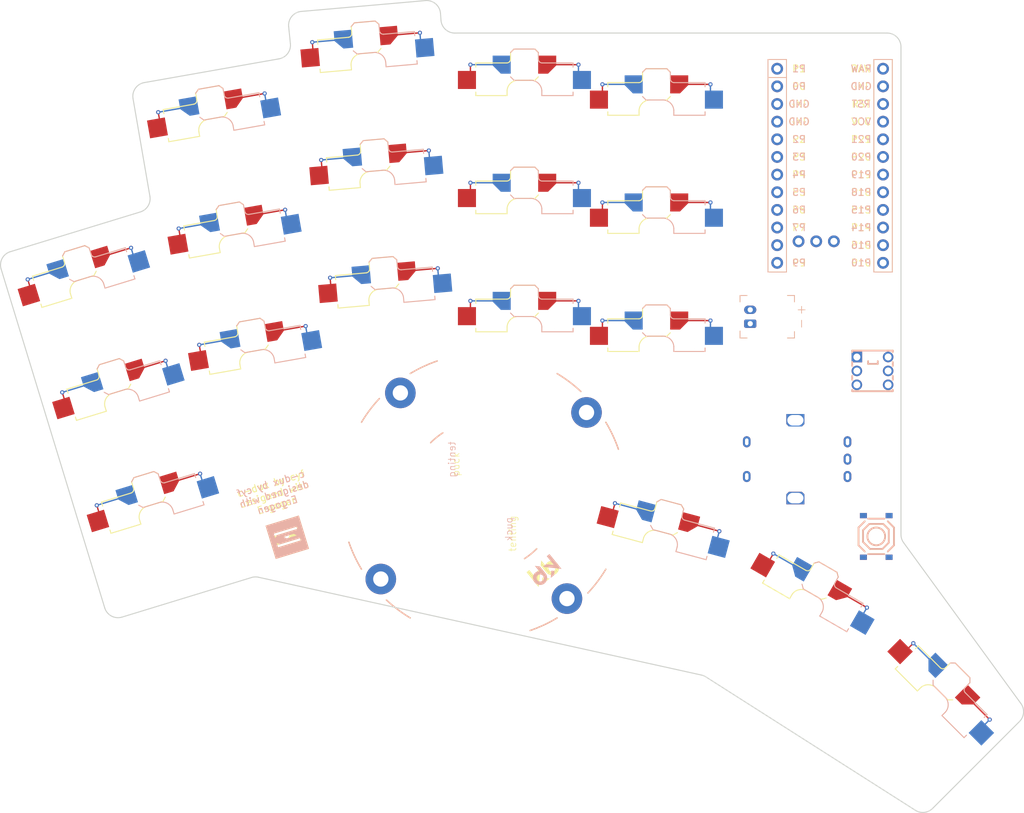
<source format=kicad_pcb>
(kicad_pcb (version 20240108) (generator "ergogen") (generator_version "4.1.0")
  (title_block (title "c-dux") (date "2025-03-05") (rev "v1.0.0") (company "Unknown"))
  (layers (0 "F.Cu" signal) (31 "B.Cu" signal) (34 "B.Paste" user) (35 "F.Paste" user) (36 "B.SilkS" user "B.Silkscreen") (37 "F.SilkS" user "F.Silkscreen") (38 "B.Mask" user) (39 "F.Mask" user) (44 "Edge.Cuts" user))
  (net 0 "")
  (net 1 "P102")
  (net 2 "GND")
  (net 3 "D1")
  (net 4 "D2")
  (net 5 "P2")
  (net 6 "P0")
  (net 7 "P101")
  (net 8 "P3")
  (net 9 "P1")
  (net 10 "P7")
  (net 11 "P4")
  (net 12 "P21")
  (net 13 "P8")
  (net 14 "P5")
  (net 15 "P20")
  (net 16 "P9")
  (net 17 "P6")
  (net 18 "P19")
  (net 19 "P107")
  (net 20 "P15")
  (net 21 "P14")
  (net 22 "RAW")
  (net 23 "RST")
  (net 24 "VCC")
  (net 25 "P18")
  (net 26 "P16")
  (net 27 "P10")
  (net 28 "MCU1_24")
  (net 29 "MCU1_1")
  (net 30 "MCU1_23")
  (net 31 "MCU1_2")
  (net 32 "MCU1_22")
  (net 33 "MCU1_3")
  (net 34 "MCU1_21")
  (net 35 "MCU1_4")
  (net 36 "MCU1_20")
  (net 37 "MCU1_5")
  (net 38 "MCU1_19")
  (net 39 "MCU1_6")
  (net 40 "MCU1_18")
  (net 41 "MCU1_7")
  (net 42 "MCU1_17")
  (net 43 "MCU1_8")
  (net 44 "MCU1_16")
  (net 45 "MCU1_9")
  (net 46 "MCU1_15")
  (net 47 "MCU1_10")
  (net 48 "MCU1_14")
  (net 49 "MCU1_11")
  (net 50 "MCU1_13")
  (net 51 "MCU1_12")
  (net 52 "BRAW")
  (net 53 "JST1_1")
  (net 54 "JST1_2")
  (footprint "ceoloide:switch_choc_v1_v2" (layer "F.Cu") (at 145.029681 150.7428191 17)
    (property "Reference" "S1" hide)
    (pad "" np_thru_hole circle (at 0 0 17) (size 3.4 3.4) (drill 3.4) (layers "*.Cu" "*.Mask"))
    (pad "" np_thru_hole circle (at 5.5 0 17) (size 1.7 1.7) (drill 1.7) (layers "*.Cu" "*.Mask"))
    (pad "" np_thru_hole circle (at -5.5 0 17) (size 1.7 1.7) (drill 1.7) (layers "*.Cu" "*.Mask"))
    (pad "" np_thru_hole circle (at 0 -5.95 17) (size 3 3) (drill 3) (layers "*.Cu" "*.Mask"))
    (pad "" np_thru_hole circle (at -5 -3.75 212) (size 3 3) (drill 3) (layers "*.Cu" "*.Mask"))
    (pad "1" smd roundrect (at 3.275 -5.95 17) (size 2.6 2.6) (layers "F.Cu" "F.Paste" "F.Mask") (roundrect_rratio 0) (chamfer_ratio 0.455) (chamfer bottom_right) (net 1 "P102"))
    (pad "2" smd rect (at -8.275 -3.75 17) (size 2.6 2.6) (layers "F.Cu" "F.Paste" "F.Mask") (net 2 "GND"))
    (pad "1" smd roundrect (at -3.275 -5.95 17) (size 2.6 2.6) (layers "B.Cu" "B.Paste" "B.Mask") (roundrect_rratio 0) (chamfer_ratio 0.455) (chamfer bottom_left) (net 2 "GND"))
    (pad "2" smd rect (at 8.275 -3.75 17) (size 2.6 2.6) (layers "B.Cu" "B.Paste" "B.Mask") (net 1 "P102"))
    (pad "" np_thru_hole circle (at 5 -3.75 212) (size 3 3) (drill 3) (layers "*.Cu" "*.Mask"))
  )
  (segment (start 146.4219674 144.09528849999998) (end 150.7253388 142.7796158) (width 0.2) (layer "F.Cu") (net 1))
  (via (at 150.7253388 142.7796158) (size 0.6) (drill 0.3) (layers "F.Cu" "B.Cu") (net 1))
  (segment (start 151.3685566 144.8834863) (end 150.7253388 142.7796158) (width 0.2) (layer "B.Cu") (net 1))
  (segment (start 136.49801760000003 149.4298663) (end 135.85479990000002 147.3259958) (width 0.2) (layer "F.Cu") (net 2))
  (via (at 135.85479990000002 147.3259958) (size 0.6) (drill 0.3) (layers "F.Cu" "B.Cu") (net 2))
  (segment (start 140.15817130000002 146.0103231) (end 135.85479990000002 147.3259958) (width 0.2) (layer "B.Cu") (net 2))
  (footprint "ceoloide:switch_choc_v1_v2" (layer "F.Cu") (at 140.05936200000002 134.48563819999998 17)
    (property "Reference" "S2" hide)
    (pad "" np_thru_hole circle (at 0 0 17) (size 3.4 3.4) (drill 3.4) (layers "*.Cu" "*.Mask"))
    (pad "" np_thru_hole circle (at 5.5 0 17) (size 1.7 1.7) (drill 1.7) (layers "*.Cu" "*.Mask"))
    (pad "" np_thru_hole circle (at -5.5 0 17) (size 1.7 1.7) (drill 1.7) (layers "*.Cu" "*.Mask"))
    (pad "" np_thru_hole circle (at 0 -5.95 17) (size 3 3) (drill 3) (layers "*.Cu" "*.Mask"))
    (pad "" np_thru_hole circle (at -5 -3.75 212) (size 3 3) (drill 3) (layers "*.Cu" "*.Mask"))
    (pad "1" smd roundrect (at 3.275 -5.95 17) (size 2.6 2.6) (layers "F.Cu" "F.Paste" "F.Mask") (roundrect_rratio 0) (chamfer_ratio 0.455) (chamfer bottom_right) (net 5 "P2"))
    (pad "2" smd rect (at -8.275 -3.75 17) (size 2.6 2.6) (layers "F.Cu" "F.Paste" "F.Mask") (net 2 "GND"))
    (pad "1" smd roundrect (at -3.275 -5.95 17) (size 2.6 2.6) (layers "B.Cu" "B.Paste" "B.Mask") (roundrect_rratio 0) (chamfer_ratio 0.455) (chamfer bottom_left) (net 2 "GND"))
    (pad "2" smd rect (at 8.275 -3.75 17) (size 2.6 2.6) (layers "B.Cu" "B.Paste" "B.Mask") (net 5 "P2"))
    (pad "" np_thru_hole circle (at 5 -3.75 212) (size 3 3) (drill 3) (layers "*.Cu" "*.Mask"))
  )
  (segment (start 141.4516484 127.83810759999999) (end 145.7550198 126.52243489999998) (width 0.2) (layer "F.Cu") (net 5))
  (via (at 145.7550198 126.52243489999998) (size 0.6) (drill 0.3) (layers "F.Cu" "B.Cu") (net 5))
  (segment (start 146.39823760000002 128.62630539999998) (end 145.7550198 126.52243489999998) (width 0.2) (layer "B.Cu") (net 5))
  (segment (start 131.5276986 133.17268539999998) (end 130.88448090000003 131.06881489999998) (width 0.2) (layer "F.Cu") (net 2))
  (via (at 130.88448090000003 131.06881489999998) (size 0.6) (drill 0.3) (layers "F.Cu" "B.Cu") (net 2))
  (segment (start 135.18785230000003 129.75314219999998) (end 130.88448090000003 131.06881489999998) (width 0.2) (layer "B.Cu") (net 2))
  (footprint "ceoloide:switch_choc_v1_v2" (layer "F.Cu") (at 135.08904300000003 118.22845729999997 17)
    (property "Reference" "S3" hide)
    (pad "" np_thru_hole circle (at 0 0 17) (size 3.4 3.4) (drill 3.4) (layers "*.Cu" "*.Mask"))
    (pad "" np_thru_hole circle (at 5.5 0 17) (size 1.7 1.7) (drill 1.7) (layers "*.Cu" "*.Mask"))
    (pad "" np_thru_hole circle (at -5.5 0 17) (size 1.7 1.7) (drill 1.7) (layers "*.Cu" "*.Mask"))
    (pad "" np_thru_hole circle (at 0 -5.95 17) (size 3 3) (drill 3) (layers "*.Cu" "*.Mask"))
    (pad "" np_thru_hole circle (at -5 -3.75 212) (size 3 3) (drill 3) (layers "*.Cu" "*.Mask"))
    (pad "1" smd roundrect (at 3.275 -5.95 17) (size 2.6 2.6) (layers "F.Cu" "F.Paste" "F.Mask") (roundrect_rratio 0) (chamfer_ratio 0.455) (chamfer bottom_right) (net 6 "P0"))
    (pad "2" smd rect (at -8.275 -3.75 17) (size 2.6 2.6) (layers "F.Cu" "F.Paste" "F.Mask") (net 2 "GND"))
    (pad "1" smd roundrect (at -3.275 -5.95 17) (size 2.6 2.6) (layers "B.Cu" "B.Paste" "B.Mask") (roundrect_rratio 0) (chamfer_ratio 0.455) (chamfer bottom_left) (net 2 "GND"))
    (pad "2" smd rect (at 8.275 -3.75 17) (size 2.6 2.6) (layers "B.Cu" "B.Paste" "B.Mask") (net 6 "P0"))
    (pad "" np_thru_hole circle (at 5 -3.75 212) (size 3 3) (drill 3) (layers "*.Cu" "*.Mask"))
  )
  (segment (start 136.48132940000002 111.58092669999998) (end 140.78470080000002 110.26525399999997) (width 0.2) (layer "F.Cu") (net 6))
  (via (at 140.78470080000002 110.26525399999997) (size 0.6) (drill 0.3) (layers "F.Cu" "B.Cu") (net 6))
  (segment (start 141.42791860000003 112.36912449999997) (end 140.78470080000002 110.26525399999997) (width 0.2) (layer "B.Cu") (net 6))
  (segment (start 126.55737960000003 116.91550449999997) (end 125.91416190000004 114.81163399999997) (width 0.2) (layer "F.Cu") (net 2))
  (via (at 125.91416190000004 114.81163399999997) (size 0.6) (drill 0.3) (layers "F.Cu" "B.Cu") (net 2))
  (segment (start 130.21753330000004 113.49596129999998) (end 125.91416190000004 114.81163399999997) (width 0.2) (layer "B.Cu") (net 2))
  (footprint "ceoloide:switch_choc_v1_v2" (layer "F.Cu") (at 159.2911476 128.73839660000002 10)
    (property "Reference" "S4" hide)
    (pad "" np_thru_hole circle (at 0 0 10) (size 3.4 3.4) (drill 3.4) (layers "*.Cu" "*.Mask"))
    (pad "" np_thru_hole circle (at 5.5 0 10) (size 1.7 1.7) (drill 1.7) (layers "*.Cu" "*.Mask"))
    (pad "" np_thru_hole circle (at -5.5 0 10) (size 1.7 1.7) (drill 1.7) (layers "*.Cu" "*.Mask"))
    (pad "" np_thru_hole circle (at 0 -5.95 10) (size 3 3) (drill 3) (layers "*.Cu" "*.Mask"))
    (pad "" np_thru_hole circle (at -5 -3.75 205) (size 3 3) (drill 3) (layers "*.Cu" "*.Mask"))
    (pad "1" smd roundrect (at 3.275 -5.95 10) (size 2.6 2.6) (layers "F.Cu" "F.Paste" "F.Mask") (roundrect_rratio 0) (chamfer_ratio 0.455) (chamfer bottom_right) (net 7 "P101"))
    (pad "2" smd rect (at -8.275 -3.75 10) (size 2.6 2.6) (layers "F.Cu" "F.Paste" "F.Mask") (net 2 "GND"))
    (pad "1" smd roundrect (at -3.275 -5.95 10) (size 2.6 2.6) (layers "B.Cu" "B.Paste" "B.Mask") (roundrect_rratio 0) (chamfer_ratio 0.455) (chamfer bottom_left) (net 2 "GND"))
    (pad "2" smd rect (at 8.275 -3.75 10) (size 2.6 2.6) (layers "B.Cu" "B.Paste" "B.Mask") (net 7 "P101"))
    (pad "" np_thru_hole circle (at 5 -3.75 205) (size 3 3) (drill 3) (layers "*.Cu" "*.Mask"))
  )
  (segment (start 161.4831863 122.31009270000001) (end 165.91482119999998 121.52867590000001) (width 0.2) (layer "F.Cu") (net 7))
  (via (at 165.91482119999998 121.52867590000001) (size 0.6) (drill 0.3) (layers "F.Cu" "B.Cu") (net 7))
  (segment (start 166.2968472 123.69525290000001) (end 165.91482119999998 121.52867590000001) (width 0.2) (layer "B.Cu") (net 7))
  (segment (start 150.9830867 126.39548210000001) (end 150.60106069999998 124.22890510000002) (width 0.2) (layer "F.Cu") (net 2))
  (via (at 150.60106069999998 124.22890510000002) (size 0.6) (drill 0.3) (layers "F.Cu" "B.Cu") (net 2))
  (segment (start 155.03269559999998 123.44748830000002) (end 150.60106069999998 124.22890510000002) (width 0.2) (layer "B.Cu") (net 2))
  (footprint "ceoloide:switch_choc_v1_v2" (layer "F.Cu") (at 156.33912859999998 111.99666480000002 10)
    (property "Reference" "S5" hide)
    (pad "" np_thru_hole circle (at 0 0 10) (size 3.4 3.4) (drill 3.4) (layers "*.Cu" "*.Mask"))
    (pad "" np_thru_hole circle (at 5.5 0 10) (size 1.7 1.7) (drill 1.7) (layers "*.Cu" "*.Mask"))
    (pad "" np_thru_hole circle (at -5.5 0 10) (size 1.7 1.7) (drill 1.7) (layers "*.Cu" "*.Mask"))
    (pad "" np_thru_hole circle (at 0 -5.95 10) (size 3 3) (drill 3) (layers "*.Cu" "*.Mask"))
    (pad "" np_thru_hole circle (at -5 -3.75 205) (size 3 3) (drill 3) (layers "*.Cu" "*.Mask"))
    (pad "1" smd roundrect (at 3.275 -5.95 10) (size 2.6 2.6) (layers "F.Cu" "F.Paste" "F.Mask") (roundrect_rratio 0) (chamfer_ratio 0.455) (chamfer bottom_right) (net 8 "P3"))
    (pad "2" smd rect (at -8.275 -3.75 10) (size 2.6 2.6) (layers "F.Cu" "F.Paste" "F.Mask") (net 2 "GND"))
    (pad "1" smd roundrect (at -3.275 -5.95 10) (size 2.6 2.6) (layers "B.Cu" "B.Paste" "B.Mask") (roundrect_rratio 0) (chamfer_ratio 0.455) (chamfer bottom_left) (net 2 "GND"))
    (pad "2" smd rect (at 8.275 -3.75 10) (size 2.6 2.6) (layers "B.Cu" "B.Paste" "B.Mask") (net 8 "P3"))
    (pad "" np_thru_hole circle (at 5 -3.75 205) (size 3 3) (drill 3) (layers "*.Cu" "*.Mask"))
  )
  (segment (start 158.5311673 105.56836090000002) (end 162.96280219999997 104.78694410000001) (width 0.2) (layer "F.Cu") (net 8))
  (via (at 162.96280219999997 104.78694410000001) (size 0.6) (drill 0.3) (layers "F.Cu" "B.Cu") (net 8))
  (segment (start 163.3448282 106.95352110000002) (end 162.96280219999997 104.78694410000001) (width 0.2) (layer "B.Cu") (net 8))
  (segment (start 148.0310677 109.65375030000001) (end 147.64904169999997 107.48717330000002) (width 0.2) (layer "F.Cu") (net 2))
  (via (at 147.64904169999997 107.48717330000002) (size 0.6) (drill 0.3) (layers "F.Cu" "B.Cu") (net 2))
  (segment (start 152.08067659999998 106.70575650000002) (end 147.64904169999997 107.48717330000002) (width 0.2) (layer "B.Cu") (net 2))
  (footprint "ceoloide:switch_choc_v1_v2" (layer "F.Cu") (at 153.38710959999997 95.25493300000002 10)
    (property "Reference" "S6" hide)
    (pad "" np_thru_hole circle (at 0 0 10) (size 3.4 3.4) (drill 3.4) (layers "*.Cu" "*.Mask"))
    (pad "" np_thru_hole circle (at 5.5 0 10) (size 1.7 1.7) (drill 1.7) (layers "*.Cu" "*.Mask"))
    (pad "" np_thru_hole circle (at -5.5 0 10) (size 1.7 1.7) (drill 1.7) (layers "*.Cu" "*.Mask"))
    (pad "" np_thru_hole circle (at 0 -5.95 10) (size 3 3) (drill 3) (layers "*.Cu" "*.Mask"))
    (pad "" np_thru_hole circle (at -5 -3.75 205) (size 3 3) (drill 3) (layers "*.Cu" "*.Mask"))
    (pad "1" smd roundrect (at 3.275 -5.95 10) (size 2.6 2.6) (layers "F.Cu" "F.Paste" "F.Mask") (roundrect_rratio 0) (chamfer_ratio 0.455) (chamfer bottom_right) (net 9 "P1"))
    (pad "2" smd rect (at -8.275 -3.75 10) (size 2.6 2.6) (layers "F.Cu" "F.Paste" "F.Mask") (net 2 "GND"))
    (pad "1" smd roundrect (at -3.275 -5.95 10) (size 2.6 2.6) (layers "B.Cu" "B.Paste" "B.Mask") (roundrect_rratio 0) (chamfer_ratio 0.455) (chamfer bottom_left) (net 2 "GND"))
    (pad "2" smd rect (at 8.275 -3.75 10) (size 2.6 2.6) (layers "B.Cu" "B.Paste" "B.Mask") (net 9 "P1"))
    (pad "" np_thru_hole circle (at 5 -3.75 205) (size 3 3) (drill 3) (layers "*.Cu" "*.Mask"))
  )
  (segment (start 155.57914829999999 88.82662910000002) (end 160.01078319999996 88.04521230000002) (width 0.2) (layer "F.Cu") (net 9))
  (via (at 160.01078319999996 88.04521230000002) (size 0.6) (drill 0.3) (layers "F.Cu" "B.Cu") (net 9))
  (segment (start 160.3928092 90.21178930000002) (end 160.01078319999996 88.04521230000002) (width 0.2) (layer "B.Cu") (net 9))
  (segment (start 145.0790487 92.91201850000002) (end 144.69702269999996 90.74544150000003) (width 0.2) (layer "F.Cu") (net 2))
  (via (at 144.69702269999996 90.74544150000003) (size 0.6) (drill 0.3) (layers "F.Cu" "B.Cu") (net 2))
  (segment (start 149.12865759999997 89.96402470000002) (end 144.69702269999996 90.74544150000003) (width 0.2) (layer "B.Cu") (net 2))
  (footprint "ceoloide:switch_choc_v1_v2" (layer "F.Cu") (at 177.7032912 119.82114300000002 5)
    (property "Reference" "S7" hide)
    (pad "" np_thru_hole circle (at 0 0 5) (size 3.4 3.4) (drill 3.4) (layers "*.Cu" "*.Mask"))
    (pad "" np_thru_hole circle (at 5.5 0 5) (size 1.7 1.7) (drill 1.7) (layers "*.Cu" "*.Mask"))
    (pad "" np_thru_hole circle (at -5.5 0 5) (size 1.7 1.7) (drill 1.7) (layers "*.Cu" "*.Mask"))
    (pad "" np_thru_hole circle (at 0 -5.95 5) (size 3 3) (drill 3) (layers "*.Cu" "*.Mask"))
    (pad "" np_thru_hole circle (at -5 -3.75 200) (size 3 3) (drill 3) (layers "*.Cu" "*.Mask"))
    (pad "1" smd roundrect (at 3.275 -5.95 5) (size 2.6 2.6) (layers "F.Cu" "F.Paste" "F.Mask") (roundrect_rratio 0) (chamfer_ratio 0.455) (chamfer bottom_right) (net 10 "P7"))
    (pad "2" smd rect (at -8.275 -3.75 5) (size 2.6 2.6) (layers "F.Cu" "F.Paste" "F.Mask") (net 2 "GND"))
    (pad "1" smd roundrect (at -3.275 -5.95 5) (size 2.6 2.6) (layers "B.Cu" "B.Paste" "B.Mask") (roundrect_rratio 0) (chamfer_ratio 0.455) (chamfer bottom_left) (net 2 "GND"))
    (pad "2" smd rect (at 8.275 -3.75 5) (size 2.6 2.6) (layers "B.Cu" "B.Paste" "B.Mask") (net 10 "P7"))
    (pad "" np_thru_hole circle (at 5 -3.75 200) (size 3 3) (drill 3) (layers "*.Cu" "*.Mask"))
  )
  (segment (start 180.4472522 113.60834950000002) (end 184.9301283 113.21614860000003) (width 0.2) (layer "F.Cu") (net 10))
  (via (at 184.9301283 113.21614860000003) (size 0.6) (drill 0.3) (layers "F.Cu" "B.Cu") (net 10))
  (segment (start 185.1218709 115.40777700000002) (end 184.9301283 113.21614860000003) (width 0.2) (layer "B.Cu") (net 10))
  (segment (start 169.6310434 116.76304880000002) (end 169.43930079999998 114.57142040000002) (width 0.2) (layer "F.Cu") (net 2))
  (via (at 169.43930079999998 114.57142040000002) (size 0.6) (drill 0.3) (layers "F.Cu" "B.Cu") (net 2))
  (segment (start 173.92217689999998 114.17921960000002) (end 169.43930079999998 114.57142040000002) (width 0.2) (layer "B.Cu") (net 2))
  (footprint "ceoloide:switch_choc_v1_v2" (layer "F.Cu") (at 176.4208825 102.86840200000002 5)
    (property "Reference" "S8" hide)
    (pad "" np_thru_hole circle (at 0 0 5) (size 3.4 3.4) (drill 3.4) (layers "*.Cu" "*.Mask"))
    (pad "" np_thru_hole circle (at 5.5 0 5) (size 1.7 1.7) (drill 1.7) (layers "*.Cu" "*.Mask"))
    (pad "" np_thru_hole circle (at -5.5 0 5) (size 1.7 1.7) (drill 1.7) (layers "*.Cu" "*.Mask"))
    (pad "" np_thru_hole circle (at 0 -5.95 5) (size 3 3) (drill 3) (layers "*.Cu" "*.Mask"))
    (pad "" np_thru_hole circle (at -5 -3.75 200) (size 3 3) (drill 3) (layers "*.Cu" "*.Mask"))
    (pad "1" smd roundrect (at 3.275 -5.95 5) (size 2.6 2.6) (layers "F.Cu" "F.Paste" "F.Mask") (roundrect_rratio 0) (chamfer_ratio 0.455) (chamfer bottom_right) (net 11 "P4"))
    (pad "2" smd rect (at -8.275 -3.75 5) (size 2.6 2.6) (layers "F.Cu" "F.Paste" "F.Mask") (net 2 "GND"))
    (pad "1" smd roundrect (at -3.275 -5.95 5) (size 2.6 2.6) (layers "B.Cu" "B.Paste" "B.Mask") (roundrect_rratio 0) (chamfer_ratio 0.455) (chamfer bottom_left) (net 2 "GND"))
    (pad "2" smd rect (at 8.275 -3.75 5) (size 2.6 2.6) (layers "B.Cu" "B.Paste" "B.Mask") (net 11 "P4"))
    (pad "" np_thru_hole circle (at 5 -3.75 200) (size 3 3) (drill 3) (layers "*.Cu" "*.Mask"))
  )
  (segment (start 179.16484350000002 96.65560850000001) (end 183.64771960000002 96.26340760000002) (width 0.2) (layer "F.Cu") (net 11))
  (via (at 183.64771960000002 96.26340760000002) (size 0.6) (drill 0.3) (layers "F.Cu" "B.Cu") (net 11))
  (segment (start 183.8394622 98.45503600000002) (end 183.64771960000002 96.26340760000002) (width 0.2) (layer "B.Cu") (net 11))
  (segment (start 168.3486347 99.81030780000002) (end 168.1568921 97.61867940000002) (width 0.2) (layer "F.Cu") (net 2))
  (via (at 168.1568921 97.61867940000002) (size 0.6) (drill 0.3) (layers "F.Cu" "B.Cu") (net 2))
  (segment (start 172.6397682 97.22647860000002) (end 168.1568921 97.61867940000002) (width 0.2) (layer "B.Cu") (net 2))
  (footprint "ceoloide:switch_choc_v1_v2" (layer "F.Cu") (at 175.1384738 85.91566100000001 5)
    (property "Reference" "S9" hide)
    (pad "" np_thru_hole circle (at 0 0 5) (size 3.4 3.4) (drill 3.4) (layers "*.Cu" "*.Mask"))
    (pad "" np_thru_hole circle (at 5.5 0 5) (size 1.7 1.7) (drill 1.7) (layers "*.Cu" "*.Mask"))
    (pad "" np_thru_hole circle (at -5.5 0 5) (size 1.7 1.7) (drill 1.7) (layers "*.Cu" "*.Mask"))
    (pad "" np_thru_hole circle (at 0 -5.95 5) (size 3 3) (drill 3) (layers "*.Cu" "*.Mask"))
    (pad "" np_thru_hole circle (at -5 -3.75 200) (size 3 3) (drill 3) (layers "*.Cu" "*.Mask"))
    (pad "1" smd roundrect (at 3.275 -5.95 5) (size 2.6 2.6) (layers "F.Cu" "F.Paste" "F.Mask") (roundrect_rratio 0) (chamfer_ratio 0.455) (chamfer bottom_right) (net 12 "P21"))
    (pad "2" smd rect (at -8.275 -3.75 5) (size 2.6 2.6) (layers "F.Cu" "F.Paste" "F.Mask") (net 2 "GND"))
    (pad "1" smd roundrect (at -3.275 -5.95 5) (size 2.6 2.6) (layers "B.Cu" "B.Paste" "B.Mask") (roundrect_rratio 0) (chamfer_ratio 0.455) (chamfer bottom_left) (net 2 "GND"))
    (pad "2" smd rect (at 8.275 -3.75 5) (size 2.6 2.6) (layers "B.Cu" "B.Paste" "B.Mask") (net 12 "P21"))
    (pad "" np_thru_hole circle (at 5 -3.75 200) (size 3 3) (drill 3) (layers "*.Cu" "*.Mask"))
  )
  (segment (start 177.88243480000003 79.70286750000001) (end 182.36531090000003 79.31066660000002) (width 0.2) (layer "F.Cu") (net 12))
  (via (at 182.36531090000003 79.31066660000002) (size 0.6) (drill 0.3) (layers "F.Cu" "B.Cu") (net 12))
  (segment (start 182.55705350000002 81.50229500000002) (end 182.36531090000003 79.31066660000002) (width 0.2) (layer "B.Cu") (net 12))
  (segment (start 167.06622600000003 82.85756680000001) (end 166.8744834 80.66593840000002) (width 0.2) (layer "F.Cu") (net 2))
  (via (at 166.8744834 80.66593840000002) (size 0.6) (drill 0.3) (layers "F.Cu" "B.Cu") (net 2))
  (segment (start 171.3573595 80.27373760000002) (end 166.8744834 80.66593840000002) (width 0.2) (layer "B.Cu") (net 2))
  (footprint "ceoloide:switch_choc_v1_v2" (layer "F.Cu") (at 197.41108699999998 123.85018390000002 0)
    (property "Reference" "S10" hide)
    (pad "" np_thru_hole circle (at 0 0 0) (size 3.4 3.4) (drill 3.4) (layers "*.Cu" "*.Mask"))
    (pad "" np_thru_hole circle (at 5.5 0 0) (size 1.7 1.7) (drill 1.7) (layers "*.Cu" "*.Mask"))
    (pad "" np_thru_hole circle (at -5.5 0 0) (size 1.7 1.7) (drill 1.7) (layers "*.Cu" "*.Mask"))
    (pad "" np_thru_hole circle (at 0 -5.95 0) (size 3 3) (drill 3) (layers "*.Cu" "*.Mask"))
    (pad "" np_thru_hole circle (at -5 -3.75 195) (size 3 3) (drill 3) (layers "*.Cu" "*.Mask"))
    (pad "1" smd roundrect (at 3.275 -5.95 0) (size 2.6 2.6) (layers "F.Cu" "F.Paste" "F.Mask") (roundrect_rratio 0) (chamfer_ratio 0.455) (chamfer bottom_right) (net 13 "P8"))
    (pad "2" smd rect (at -8.275 -3.75 0) (size 2.6 2.6) (layers "F.Cu" "F.Paste" "F.Mask") (net 2 "GND"))
    (pad "1" smd roundrect (at -3.275 -5.95 0) (size 2.6 2.6) (layers "B.Cu" "B.Paste" "B.Mask") (roundrect_rratio 0) (chamfer_ratio 0.455) (chamfer bottom_left) (net 2 "GND"))
    (pad "2" smd rect (at 8.275 -3.75 0) (size 2.6 2.6) (layers "B.Cu" "B.Paste" "B.Mask") (net 13 "P8"))
    (pad "" np_thru_hole circle (at 5 -3.75 195) (size 3 3) (drill 3) (layers "*.Cu" "*.Mask"))
  )
  (segment (start 200.686087 117.90018390000002) (end 205.186087 117.90018390000002) (width 0.2) (layer "F.Cu") (net 13))
  (via (at 205.186087 117.90018390000002) (size 0.6) (drill 0.3) (layers "F.Cu" "B.Cu") (net 13))
  (segment (start 205.186087 120.10018390000002) (end 205.186087 117.90018390000002) (width 0.2) (layer "B.Cu") (net 13))
  (segment (start 189.63608699999997 120.10018390000002) (end 189.63608699999997 117.90018390000002) (width 0.2) (layer "F.Cu") (net 2))
  (via (at 189.63608699999997 117.90018390000002) (size 0.6) (drill 0.3) (layers "F.Cu" "B.Cu") (net 2))
  (segment (start 194.13608699999997 117.90018390000002) (end 189.63608699999997 117.90018390000002) (width 0.2) (layer "B.Cu") (net 2))
  (footprint "ceoloide:switch_choc_v1_v2" (layer "F.Cu") (at 197.41108699999998 106.85018390000002 0)
    (property "Reference" "S11" hide)
    (pad "" np_thru_hole circle (at 0 0 0) (size 3.4 3.4) (drill 3.4) (layers "*.Cu" "*.Mask"))
    (pad "" np_thru_hole circle (at 5.5 0 0) (size 1.7 1.7) (drill 1.7) (layers "*.Cu" "*.Mask"))
    (pad "" np_thru_hole circle (at -5.5 0 0) (size 1.7 1.7) (drill 1.7) (layers "*.Cu" "*.Mask"))
    (pad "" np_thru_hole circle (at 0 -5.95 0) (size 3 3) (drill 3) (layers "*.Cu" "*.Mask"))
    (pad "" np_thru_hole circle (at -5 -3.75 195) (size 3 3) (drill 3) (layers "*.Cu" "*.Mask"))
    (pad "1" smd roundrect (at 3.275 -5.95 0) (size 2.6 2.6) (layers "F.Cu" "F.Paste" "F.Mask") (roundrect_rratio 0) (chamfer_ratio 0.455) (chamfer bottom_right) (net 14 "P5"))
    (pad "2" smd rect (at -8.275 -3.75 0) (size 2.6 2.6) (layers "F.Cu" "F.Paste" "F.Mask") (net 2 "GND"))
    (pad "1" smd roundrect (at -3.275 -5.95 0) (size 2.6 2.6) (layers "B.Cu" "B.Paste" "B.Mask") (roundrect_rratio 0) (chamfer_ratio 0.455) (chamfer bottom_left) (net 2 "GND"))
    (pad "2" smd rect (at 8.275 -3.75 0) (size 2.6 2.6) (layers "B.Cu" "B.Paste" "B.Mask") (net 14 "P5"))
    (pad "" np_thru_hole circle (at 5 -3.75 195) (size 3 3) (drill 3) (layers "*.Cu" "*.Mask"))
  )
  (segment (start 200.686087 100.90018390000002) (end 205.186087 100.90018390000002) (width 0.2) (layer "F.Cu") (net 14))
  (via (at 205.186087 100.90018390000002) (size 0.6) (drill 0.3) (layers "F.Cu" "B.Cu") (net 14))
  (segment (start 205.186087 103.10018390000002) (end 205.186087 100.90018390000002) (width 0.2) (layer "B.Cu") (net 14))
  (segment (start 189.63608699999997 103.10018390000002) (end 189.63608699999997 100.90018390000002) (width 0.2) (layer "F.Cu") (net 2))
  (via (at 189.63608699999997 100.90018390000002) (size 0.6) (drill 0.3) (layers "F.Cu" "B.Cu") (net 2))
  (segment (start 194.13608699999997 100.90018390000002) (end 189.63608699999997 100.90018390000002) (width 0.2) (layer "B.Cu") (net 2))
  (footprint "ceoloide:switch_choc_v1_v2" (layer "F.Cu") (at 197.41108699999998 89.85018390000002 0)
    (property "Reference" "S12" hide)
    (pad "" np_thru_hole circle (at 0 0 0) (size 3.4 3.4) (drill 3.4) (layers "*.Cu" "*.Mask"))
    (pad "" np_thru_hole circle (at 5.5 0 0) (size 1.7 1.7) (drill 1.7) (layers "*.Cu" "*.Mask"))
    (pad "" np_thru_hole circle (at -5.5 0 0) (size 1.7 1.7) (drill 1.7) (layers "*.Cu" "*.Mask"))
    (pad "" np_thru_hole circle (at 0 -5.95 0) (size 3 3) (drill 3) (layers "*.Cu" "*.Mask"))
    (pad "" np_thru_hole circle (at -5 -3.75 195) (size 3 3) (drill 3) (layers "*.Cu" "*.Mask"))
    (pad "1" smd roundrect (at 3.275 -5.95 0) (size 2.6 2.6) (layers "F.Cu" "F.Paste" "F.Mask") (roundrect_rratio 0) (chamfer_ratio 0.455) (chamfer bottom_right) (net 15 "P20"))
    (pad "2" smd rect (at -8.275 -3.75 0) (size 2.6 2.6) (layers "F.Cu" "F.Paste" "F.Mask") (net 2 "GND"))
    (pad "1" smd roundrect (at -3.275 -5.95 0) (size 2.6 2.6) (layers "B.Cu" "B.Paste" "B.Mask") (roundrect_rratio 0) (chamfer_ratio 0.455) (chamfer bottom_left) (net 2 "GND"))
    (pad "2" smd rect (at 8.275 -3.75 0) (size 2.6 2.6) (layers "B.Cu" "B.Paste" "B.Mask") (net 15 "P20"))
    (pad "" np_thru_hole circle (at 5 -3.75 195) (size 3 3) (drill 3) (layers "*.Cu" "*.Mask"))
  )
  (segment (start 200.686087 83.90018390000002) (end 205.186087 83.90018390000002) (width 0.2) (layer "F.Cu") (net 15))
  (via (at 205.186087 83.90018390000002) (size 0.6) (drill 0.3) (layers "F.Cu" "B.Cu") (net 15))
  (segment (start 205.186087 86.10018390000002) (end 205.186087 83.90018390000002) (width 0.2) (layer "B.Cu") (net 15))
  (segment (start 189.63608699999997 86.10018390000002) (end 189.63608699999997 83.90018390000002) (width 0.2) (layer "F.Cu") (net 2))
  (via (at 189.63608699999997 83.90018390000002) (size 0.6) (drill 0.3) (layers "F.Cu" "B.Cu") (net 2))
  (segment (start 194.13608699999997 83.90018390000002) (end 189.63608699999997 83.90018390000002) (width 0.2) (layer "B.Cu") (net 2))
  (footprint "ceoloide:switch_choc_v1_v2" (layer "F.Cu") (at 216.41108699999998 126.6835173 0)
    (property "Reference" "S13" hide)
    (pad "" np_thru_hole circle (at 0 0 0) (size 3.4 3.4) (drill 3.4) (layers "*.Cu" "*.Mask"))
    (pad "" np_thru_hole circle (at 5.5 0 0) (size 1.7 1.7) (drill 1.7) (layers "*.Cu" "*.Mask"))
    (pad "" np_thru_hole circle (at -5.5 0 0) (size 1.7 1.7) (drill 1.7) (layers "*.Cu" "*.Mask"))
    (pad "" np_thru_hole circle (at 0 -5.95 0) (size 3 3) (drill 3) (layers "*.Cu" "*.Mask"))
    (pad "" np_thru_hole circle (at -5 -3.75 195) (size 3 3) (drill 3) (layers "*.Cu" "*.Mask"))
    (pad "1" smd roundrect (at 3.275 -5.95 0) (size 2.6 2.6) (layers "F.Cu" "F.Paste" "F.Mask") (roundrect_rratio 0) (chamfer_ratio 0.455) (chamfer bottom_right) (net 16 "P9"))
    (pad "2" smd rect (at -8.275 -3.75 0) (size 2.6 2.6) (layers "F.Cu" "F.Paste" "F.Mask") (net 2 "GND"))
    (pad "1" smd roundrect (at -3.275 -5.95 0) (size 2.6 2.6) (layers "B.Cu" "B.Paste" "B.Mask") (roundrect_rratio 0) (chamfer_ratio 0.455) (chamfer bottom_left) (net 2 "GND"))
    (pad "2" smd rect (at 8.275 -3.75 0) (size 2.6 2.6) (layers "B.Cu" "B.Paste" "B.Mask") (net 16 "P9"))
    (pad "" np_thru_hole circle (at 5 -3.75 195) (size 3 3) (drill 3) (layers "*.Cu" "*.Mask"))
  )
  (segment (start 219.686087 120.7335173) (end 224.186087 120.7335173) (width 0.2) (layer "F.Cu") (net 16))
  (via (at 224.186087 120.7335173) (size 0.6) (drill 0.3) (layers "F.Cu" "B.Cu") (net 16))
  (segment (start 224.186087 122.9335173) (end 224.186087 120.7335173) (width 0.2) (layer "B.Cu") (net 16))
  (segment (start 208.63608699999997 122.9335173) (end 208.63608699999997 120.7335173) (width 0.2) (layer "F.Cu") (net 2))
  (via (at 208.63608699999997 120.7335173) (size 0.6) (drill 0.3) (layers "F.Cu" "B.Cu") (net 2))
  (segment (start 213.13608699999997 120.7335173) (end 208.63608699999997 120.7335173) (width 0.2) (layer "B.Cu") (net 2))
  (footprint "ceoloide:switch_choc_v1_v2" (layer "F.Cu") (at 216.41108699999998 109.6835173 0)
    (property "Reference" "S14" hide)
    (pad "" np_thru_hole circle (at 0 0 0) (size 3.4 3.4) (drill 3.4) (layers "*.Cu" "*.Mask"))
    (pad "" np_thru_hole circle (at 5.5 0 0) (size 1.7 1.7) (drill 1.7) (layers "*.Cu" "*.Mask"))
    (pad "" np_thru_hole circle (at -5.5 0 0) (size 1.7 1.7) (drill 1.7) (layers "*.Cu" "*.Mask"))
    (pad "" np_thru_hole circle (at 0 -5.95 0) (size 3 3) (drill 3) (layers "*.Cu" "*.Mask"))
    (pad "" np_thru_hole circle (at -5 -3.75 195) (size 3 3) (drill 3) (layers "*.Cu" "*.Mask"))
    (pad "1" smd roundrect (at 3.275 -5.95 0) (size 2.6 2.6) (layers "F.Cu" "F.Paste" "F.Mask") (roundrect_rratio 0) (chamfer_ratio 0.455) (chamfer bottom_right) (net 17 "P6"))
    (pad "2" smd rect (at -8.275 -3.75 0) (size 2.6 2.6) (layers "F.Cu" "F.Paste" "F.Mask") (net 2 "GND"))
    (pad "1" smd roundrect (at -3.275 -5.95 0) (size 2.6 2.6) (layers "B.Cu" "B.Paste" "B.Mask") (roundrect_rratio 0) (chamfer_ratio 0.455) (chamfer bottom_left) (net 2 "GND"))
    (pad "2" smd rect (at 8.275 -3.75 0) (size 2.6 2.6) (layers "B.Cu" "B.Paste" "B.Mask") (net 17 "P6"))
    (pad "" np_thru_hole circle (at 5 -3.75 195) (size 3 3) (drill 3) (layers "*.Cu" "*.Mask"))
  )
  (segment (start 219.686087 103.7335173) (end 224.186087 103.7335173) (width 0.2) (layer "F.Cu") (net 17))
  (via (at 224.186087 103.7335173) (size 0.6) (drill 0.3) (layers "F.Cu" "B.Cu") (net 17))
  (segment (start 224.186087 105.9335173) (end 224.186087 103.7335173) (width 0.2) (layer "B.Cu") (net 17))
  (segment (start 208.63608699999997 105.9335173) (end 208.63608699999997 103.7335173) (width 0.2) (layer "F.Cu") (net 2))
  (via (at 208.63608699999997 103.7335173) (size 0.6) (drill 0.3) (layers "F.Cu" "B.Cu") (net 2))
  (segment (start 213.13608699999997 103.7335173) (end 208.63608699999997 103.7335173) (width 0.2) (layer "B.Cu") (net 2))
  (footprint "ceoloide:switch_choc_v1_v2" (layer "F.Cu") (at 216.41108699999998 92.6835173 0)
    (property "Reference" "S15" hide)
    (pad "" np_thru_hole circle (at 0 0 0) (size 3.4 3.4) (drill 3.4) (layers "*.Cu" "*.Mask"))
    (pad "" np_thru_hole circle (at 5.5 0 0) (size 1.7 1.7) (drill 1.7) (layers "*.Cu" "*.Mask"))
    (pad "" np_thru_hole circle (at -5.5 0 0) (size 1.7 1.7) (drill 1.7) (layers "*.Cu" "*.Mask"))
    (pad "" np_thru_hole circle (at 0 -5.95 0) (size 3 3) (drill 3) (layers "*.Cu" "*.Mask"))
    (pad "" np_thru_hole circle (at -5 -3.75 195) (size 3 3) (drill 3) (layers "*.Cu" "*.Mask"))
    (pad "1" smd roundrect (at 3.275 -5.95 0) (size 2.6 2.6) (layers "F.Cu" "F.Paste" "F.Mask") (roundrect_rratio 0) (chamfer_ratio 0.455) (chamfer bottom_right) (net 18 "P19"))
    (pad "2" smd rect (at -8.275 -3.75 0) (size 2.6 2.6) (layers "F.Cu" "F.Paste" "F.Mask") (net 2 "GND"))
    (pad "1" smd roundrect (at -3.275 -5.95 0) (size 2.6 2.6) (layers "B.Cu" "B.Paste" "B.Mask") (roundrect_rratio 0) (chamfer_ratio 0.455) (chamfer bottom_left) (net 2 "GND"))
    (pad "2" smd rect (at 8.275 -3.75 0) (size 2.6 2.6) (layers "B.Cu" "B.Paste" "B.Mask") (net 18 "P19"))
    (pad "" np_thru_hole circle (at 5 -3.75 195) (size 3 3) (drill 3) (layers "*.Cu" "*.Mask"))
  )
  (segment (start 219.686087 86.7335173) (end 224.186087 86.7335173) (width 0.2) (layer "F.Cu") (net 18))
  (via (at 224.186087 86.7335173) (size 0.6) (drill 0.3) (layers "F.Cu" "B.Cu") (net 18))
  (segment (start 224.186087 88.9335173) (end 224.186087 86.7335173) (width 0.2) (layer "B.Cu") (net 18))
  (segment (start 208.63608699999997 88.9335173) (end 208.63608699999997 86.7335173) (width 0.2) (layer "F.Cu") (net 2))
  (via (at 208.63608699999997 86.7335173) (size 0.6) (drill 0.3) (layers "F.Cu" "B.Cu") (net 2))
  (segment (start 213.13608699999997 86.7335173) (end 208.63608699999997 86.7335173) (width 0.2) (layer "B.Cu") (net 2))
  (footprint "ceoloide:switch_choc_v1_v2" (layer "F.Cu") (at 216.41074399999997 154.7901916 -15)
    (property "Reference" "S16" hide)
    (pad "" np_thru_hole circle (at 0 0 -15) (size 3.4 3.4) (drill 3.4) (layers "*.Cu" "*.Mask"))
    (pad "" np_thru_hole circle (at 5.5 0 -15) (size 1.7 1.7) (drill 1.7) (layers "*.Cu" "*.Mask"))
    (pad "" np_thru_hole circle (at -5.5 0 -15) (size 1.7 1.7) (drill 1.7) (layers "*.Cu" "*.Mask"))
    (pad "" np_thru_hole circle (at 0 -5.95 -15) (size 3 3) (drill 3) (layers "*.Cu" "*.Mask"))
    (pad "" np_thru_hole circle (at -5 -3.75 180) (size 3 3) (drill 3) (layers "*.Cu" "*.Mask"))
    (pad "1" smd roundrect (at 3.275 -5.95 -15) (size 2.6 2.6) (layers "F.Cu" "F.Paste" "F.Mask") (roundrect_rratio 0) (chamfer_ratio 0.455) (chamfer bottom_right) (net 19 "P107"))
    (pad "2" smd rect (at -8.275 -3.75 -15) (size 2.6 2.6) (layers "F.Cu" "F.Paste" "F.Mask") (net 2 "GND"))
    (pad "1" smd roundrect (at -3.275 -5.95 -15) (size 2.6 2.6) (layers "B.Cu" "B.Paste" "B.Mask") (roundrect_rratio 0) (chamfer_ratio 0.455) (chamfer bottom_left) (net 2 "GND"))
    (pad "2" smd rect (at 8.275 -3.75 -15) (size 2.6 2.6) (layers "B.Cu" "B.Paste" "B.Mask") (net 19 "P107"))
    (pad "" np_thru_hole circle (at 5 -3.75 180) (size 3 3) (drill 3) (layers "*.Cu" "*.Mask"))
  )
  (segment (start 221.11412439999998 149.89056530000002) (end 225.46079059999997 151.05525100000003) (width 0.2) (layer "F.Cu") (net 19))
  (via (at 225.46079059999997 151.05525100000003) (size 0.6) (drill 0.3) (layers "F.Cu" "B.Cu") (net 19))
  (segment (start 224.89138869999996 153.1802878) (end 225.46079059999997 151.05525100000003) (width 0.2) (layer "B.Cu") (net 19))
  (segment (start 209.87124209999996 149.15565170000002) (end 210.44064399999996 147.03061490000002) (width 0.2) (layer "F.Cu") (net 2))
  (via (at 210.44064399999996 147.03061490000002) (size 0.6) (drill 0.3) (layers "F.Cu" "B.Cu") (net 2))
  (segment (start 214.78731019999998 148.19530060000002) (end 210.44064399999996 147.03061490000002) (width 0.2) (layer "B.Cu") (net 2))
  (footprint "ceoloide:switch_choc_v1_v2" (layer "F.Cu") (at 236.99838119999995 163.3178702 -30)
    (property "Reference" "S17" hide)
    (pad "" np_thru_hole circle (at 0 0 -30) (size 3.4 3.4) (drill 3.4) (layers "*.Cu" "*.Mask"))
    (pad "" np_thru_hole circle (at 5.5 0 -30) (size 1.7 1.7) (drill 1.7) (layers "*.Cu" "*.Mask"))
    (pad "" np_thru_hole circle (at -5.5 0 -30) (size 1.7 1.7) (drill 1.7) (layers "*.Cu" "*.Mask"))
    (pad "" np_thru_hole circle (at 0 -5.95 -30) (size 3 3) (drill 3) (layers "*.Cu" "*.Mask"))
    (pad "" np_thru_hole circle (at -5 -3.75 165) (size 3 3) (drill 3) (layers "*.Cu" "*.Mask"))
    (pad "1" smd roundrect (at 3.275 -5.95 -30) (size 2.6 2.6) (layers "F.Cu" "F.Paste" "F.Mask") (roundrect_rratio 0) (chamfer_ratio 0.455) (chamfer bottom_right) (net 20 "P15"))
    (pad "2" smd rect (at -8.275 -3.75 -30) (size 2.6 2.6) (layers "F.Cu" "F.Paste" "F.Mask") (net 2 "GND"))
    (pad "1" smd roundrect (at -3.275 -5.95 -30) (size 2.6 2.6) (layers "B.Cu" "B.Paste" "B.Mask") (roundrect_rratio 0) (chamfer_ratio 0.455) (chamfer bottom_left) (net 2 "GND"))
    (pad "2" smd rect (at 8.275 -3.75 -30) (size 2.6 2.6) (layers "B.Cu" "B.Paste" "B.Mask") (net 20 "P15"))
    (pad "" np_thru_hole circle (at 5 -3.75 165) (size 3 3) (drill 3) (layers "*.Cu" "*.Mask"))
  )
  (segment (start 242.80961439999996 159.802519) (end 246.70672869999996 162.052519) (width 0.2) (layer "F.Cu") (net 20))
  (via (at 246.70672869999996 162.052519) (size 0.6) (drill 0.3) (layers "F.Cu" "B.Cu") (net 20))
  (segment (start 245.60672869999996 163.95777489999998) (end 246.70672869999996 162.052519) (width 0.2) (layer "B.Cu") (net 20))
  (segment (start 232.14003369999995 156.1827749) (end 233.24003369999994 154.27751899999998) (width 0.2) (layer "F.Cu") (net 2))
  (via (at 233.24003369999994 154.27751899999998) (size 0.6) (drill 0.3) (layers "F.Cu" "B.Cu") (net 2))
  (segment (start 237.13714799999997 156.52751899999998) (end 233.24003369999994 154.27751899999998) (width 0.2) (layer "B.Cu") (net 2))
  (footprint "ceoloide:switch_choc_v1_v2" (layer "F.Cu") (at 254.67738619999994 176.8834478 -45)
    (property "Reference" "S18" hide)
    (pad "" np_thru_hole circle (at 0 0 -45) (size 3.4 3.4) (drill 3.4) (layers "*.Cu" "*.Mask"))
    (pad "" np_thru_hole circle (at 5.5 0 -45) (size 1.7 1.7) (drill 1.7) (layers "*.Cu" "*.Mask"))
    (pad "" np_thru_hole circle (at -5.5 0 -45) (size 1.7 1.7) (drill 1.7) (layers "*.Cu" "*.Mask"))
    (pad "" np_thru_hole circle (at 0 -5.95 -45) (size 3 3) (drill 3) (layers "*.Cu" "*.Mask"))
    (pad "" np_thru_hole circle (at -5 -3.75 150) (size 3 3) (drill 3) (layers "*.Cu" "*.Mask"))
    (pad "1" smd roundrect (at 3.275 -5.95 -45) (size 2.6 2.6) (layers "F.Cu" "F.Paste" "F.Mask") (roundrect_rratio 0) (chamfer_ratio 0.455) (chamfer bottom_right) (net 21 "P14"))
    (pad "2" smd rect (at -8.275 -3.75 -45) (size 2.6 2.6) (layers "F.Cu" "F.Paste" "F.Mask") (net 2 "GND"))
    (pad "1" smd roundrect (at -3.275 -5.95 -45) (size 2.6 2.6) (layers "B.Cu" "B.Paste" "B.Mask") (roundrect_rratio 0) (chamfer_ratio 0.455) (chamfer bottom_left) (net 2 "GND"))
    (pad "2" smd rect (at 8.275 -3.75 -45) (size 2.6 2.6) (layers "B.Cu" "B.Paste" "B.Mask") (net 21 "P14"))
    (pad "" np_thru_hole circle (at 5 -3.75 150) (size 3 3) (drill 3) (layers "*.Cu" "*.Mask"))
  )
  (segment (start 261.20044629999995 174.9919372) (end 264.38242679999996 178.1739177) (width 0.2) (layer "F.Cu") (net 21))
  (via (at 264.38242679999996 178.1739177) (size 0.6) (drill 0.3) (layers "F.Cu" "B.Cu") (net 21))
  (segment (start 262.82679189999993 179.7295526) (end 264.38242679999996 178.1739177) (width 0.2) (layer "B.Cu") (net 21))
  (segment (start 251.83128139999994 168.7340421) (end 253.38691629999994 167.1784072) (width 0.2) (layer "F.Cu") (net 2))
  (via (at 253.38691629999994 167.1784072) (size 0.6) (drill 0.3) (layers "F.Cu" "B.Cu") (net 2))
  (segment (start 256.56889679999995 170.3603877) (end 253.38691629999994 167.1784072) (width 0.2) (layer "B.Cu") (net 2))
  (footprint "ceoloide:mcu_supermini_nrf52840" (layer "F.Cu") (at 241.41108699999998 97.1835173 0)
    (property "Reference" "MCU1" hide)
    (pad "24" thru_hole circle (at -7.62 -12.7 0) (size 1.7 1.7) (drill 1) (layers "*.Cu" "*.Mask") (net 9 "P1"))
    (pad "1" thru_hole circle (at 7.62 -12.7 0) (size 1.7 1.7) (drill 1) (layers "*.Cu" "*.Mask") (net 22 "RAW"))
    (fp_text user "P1" (at -4.47 -12.7 0) (layer "F.SilkS"))
    (fp_text user "RAW" (at 4.47 -12.7 0) (layer "F.SilkS"))
    (fp_text user "RAW" (at 4.47 -12.7 0) (layer "B.SilkS") (effects (justify mirror)))
    (fp_text user "P1" (at -4.47 -12.7 0) (layer "B.SilkS") (effects (justify mirror)))
    (pad "23" thru_hole circle (at -7.62 -10.16 0) (size 1.7 1.7) (drill 1) (layers "*.Cu" "*.Mask") (net 6 "P0"))
    (pad "2" thru_hole circle (at 7.62 -10.16 0) (size 1.7 1.7) (drill 1) (layers "*.Cu" "*.Mask") (net 2 "GND"))
    (fp_text user "P0" (at -4.47 -10.16 0) (layer "F.SilkS"))
    (fp_text user "GND" (at 4.47 -10.16 0) (layer "F.SilkS"))
    (fp_text user "GND" (at 4.47 -10.16 0) (layer "B.SilkS") (effects (justify mirror)))
    (fp_text user "P0" (at -4.47 -10.16 0) (layer "B.SilkS") (effects (justify mirror)))
    (pad "22" thru_hole circle (at -7.62 -7.619999999999999 0) (size 1.7 1.7) (drill 1) (layers "*.Cu" "*.Mask") (net 2 "GND"))
    (pad "3" thru_hole circle (at 7.62 -7.619999999999999 0) (size 1.7 1.7) (drill 1) (layers "*.Cu" "*.Mask") (net 23 "RST"))
    (fp_text user "GND" (at -4.47 -7.619999999999999 0) (layer "F.SilkS"))
    (fp_text user "RST" (at 4.47 -7.619999999999999 0) (layer "F.SilkS"))
    (fp_text user "RST" (at 4.47 -7.619999999999999 0) (layer "B.SilkS") (effects (justify mirror)))
    (fp_text user "GND" (at -4.47 -7.619999999999999 0) (layer "B.SilkS") (effects (justify mirror)))
    (pad "21" thru_hole circle (at -7.62 -5.079999999999999 0) (size 1.7 1.7) (drill 1) (layers "*.Cu" "*.Mask") (net 2 "GND"))
    (pad "4" thru_hole circle (at 7.62 -5.079999999999999 0) (size 1.7 1.7) (drill 1) (layers "*.Cu" "*.Mask") (net 24 "VCC"))
    (fp_text user "GND" (at -4.47 -5.079999999999999 0) (layer "F.SilkS"))
    (fp_text user "VCC" (at 4.47 -5.079999999999999 0) (layer "F.SilkS"))
    (fp_text user "VCC" (at 4.47 -5.079999999999999 0) (layer "B.SilkS") (effects (justify mirror)))
    (fp_text user "GND" (at -4.47 -5.079999999999999 0) (layer "B.SilkS") (effects (justify mirror)))
    (pad "20" thru_hole circle (at -7.62 -2.539999999999999 0) (size 1.7 1.7) (drill 1) (layers "*.Cu" "*.Mask") (net 5 "P2"))
    (pad "5" thru_hole circle (at 7.62 -2.539999999999999 0) (size 1.7 1.7) (drill 1) (layers "*.Cu" "*.Mask") (net 12 "P21"))
    (fp_text user "P2" (at -4.47 -2.539999999999999 0) (layer "F.SilkS"))
    (fp_text user "P21" (at 4.47 -2.539999999999999 0) (layer "F.SilkS"))
    (fp_text user "P21" (at 4.47 -2.539999999999999 0) (layer "B.SilkS") (effects (justify mirror)))
    (fp_text user "P2" (at -4.47 -2.539999999999999 0) (layer "B.SilkS") (effects (justify mirror)))
    (pad "19" thru_hole circle (at -7.62 0 0) (size 1.7 1.7) (drill 1) (layers "*.Cu" "*.Mask") (net 8 "P3"))
    (pad "6" thru_hole circle (at 7.62 0 0) (size 1.7 1.7) (drill 1) (layers "*.Cu" "*.Mask") (net 15 "P20"))
    (fp_text user "P3" (at -4.47 0 0) (layer "F.SilkS"))
    (fp_text user "P20" (at 4.47 0 0) (layer "F.SilkS"))
    (fp_text user "P20" (at 4.47 0 0) (layer "B.SilkS") (effects (justify mirror)))
    (fp_text user "P3" (at -4.47 0 0) (layer "B.SilkS") (effects (justify mirror)))
    (pad "18" thru_hole circle (at -7.62 2.540000000000001 0) (size 1.7 1.7) (drill 1) (layers "*.Cu" "*.Mask") (net 11 "P4"))
    (pad "7" thru_hole circle (at 7.62 2.540000000000001 0) (size 1.7 1.7) (drill 1) (layers "*.Cu" "*.Mask") (net 18 "P19"))
    (fp_text user "P4" (at -4.47 2.540000000000001 0) (layer "F.SilkS"))
    (fp_text user "P19" (at 4.47 2.540000000000001 0) (layer "F.SilkS"))
    (fp_text user "P19" (at 4.47 2.540000000000001 0) (layer "B.SilkS") (effects (justify mirror)))
    (fp_text user "P4" (at -4.47 2.540000000000001 0) (layer "B.SilkS") (effects (justify mirror)))
    (pad "17" thru_hole circle (at -7.62 5.080000000000002 0) (size 1.7 1.7) (drill 1) (layers "*.Cu" "*.Mask") (net 14 "P5"))
    (pad "8" thru_hole circle (at 7.62 5.080000000000002 0) (size 1.7 1.7) (drill 1) (layers "*.Cu" "*.Mask") (net 25 "P18"))
    (fp_text user "P5" (at -4.47 5.080000000000002 0) (layer "F.SilkS"))
    (fp_text user "P18" (at 4.47 5.080000000000002 0) (layer "F.SilkS"))
    (fp_text user "P18" (at 4.47 5.080000000000002 0) (layer "B.SilkS") (effects (justify mirror)))
    (fp_text user "P5" (at -4.47 5.080000000000002 0) (layer "B.SilkS") (effects (justify mirror)))
    (pad "16" thru_hole circle (at -7.62 7.620000000000001 0) (size 1.7 1.7) (drill 1) (layers "*.Cu" "*.Mask") (net 17 "P6"))
    (pad "9" thru_hole circle (at 7.62 7.620000000000001 0) (size 1.7 1.7) (drill 1) (layers "*.Cu" "*.Mask") (net 20 "P15"))
    (fp_text user "P6" (at -4.47 7.620000000000001 0) (layer "F.SilkS"))
    (fp_text user "P15" (at 4.47 7.620000000000001 0) (layer "F.SilkS"))
    (fp_text user "P15" (at 4.47 7.620000000000001 0) (layer "B.SilkS") (effects (justify mirror)))
    (fp_text user "P6" (at -4.47 7.620000000000001 0) (layer "B.SilkS") (effects (justify mirror)))
    (pad "15" thru_hole circle (at -7.62 10.16 0) (size 1.7 1.7) (drill 1) (layers "*.Cu" "*.Mask") (net 10 "P7"))
    (pad "10" thru_hole circle (at 7.62 10.16 0) (size 1.7 1.7) (drill 1) (layers "*.Cu" "*.Mask") (net 21 "P14"))
    (fp_text user "P7" (at -4.47 10.16 0) (layer "F.SilkS"))
    (fp_text user "P14" (at 4.47 10.16 0) (layer "F.SilkS"))
    (fp_text user "P14" (at 4.47 10.16 0) (layer "B.SilkS") (effects (justify mirror)))
    (fp_text user "P7" (at -4.47 10.16 0) (layer "B.SilkS") (effects (justify mirror)))
    (pad "14" thru_hole circle (at -7.62 12.7 0) (size 1.7 1.7) (drill 1) (layers "*.Cu" "*.Mask") (net 13 "P8"))
    (pad "11" thru_hole circle (at 7.62 12.7 0) (size 1.7 1.7) (drill 1) (layers "*.Cu" "*.Mask") (net 26 "P16"))
    (fp_text user "P16" (at 4.47 12.7 0) (layer "F.SilkS"))
    (fp_text user "P16" (at 4.47 12.7 0) (layer "B.SilkS") (effects (justify mirror)))
    (pad "13" thru_hole circle (at -7.62 15.240000000000002 0) (size 1.7 1.7) (drill 1) (layers "*.Cu" "*.Mask") (net 16 "P9"))
    (pad "12" thru_hole circle (at 7.62 15.240000000000002 0) (size 1.7 1.7) (drill 1) (layers "*.Cu" "*.Mask") (net 27 "P10"))
    (fp_text user "P9" (at -4.47 15.240000000000002 0) (layer "F.SilkS"))
    (fp_text user "P10" (at 4.47 15.240000000000002 0) (layer "F.SilkS"))
    (fp_text user "P10" (at 4.47 15.240000000000002 0) (layer "B.SilkS") (effects (justify mirror)))
    (fp_text user "P9" (at -4.47 15.240000000000002 0) (layer "B.SilkS") (effects (justify mirror)))
    (pad "25" thru_hole circle (at -4.54 12.145199999999999 0) (size 1.7 1.7) (drill 1) (layers "*.Cu" "*.Mask") (net 7 "P101"))
    (pad "26" thru_hole circle (at -2.00 12.145199999999999 0) (size 1.7 1.7) (drill 1) (layers "*.Cu" "*.Mask") (net 1 "P102"))
    (pad "27" thru_hole circle (at 0.54 12.145199999999999 0) (size 1.7 1.7) (drill 1) (layers "*.Cu" "*.Mask") (net 19 "P107"))
  )
  (footprint "ceoloide:battery_connector_jst_ph_2" (layer "F.Cu") (at 229.91108699999998 120.1835173 90)
    (property "Reference" "JST1" hide)
    (pad "1" thru_hole roundrect (at -1 0 90) (size 1.2 1.75) (drill 0.75) (layers "*.Cu" "*.Mask") (roundrect_rratio 0.20) (net 2 "GND"))
    (pad "2" thru_hole oval (at 1 0 90) (size 1.2 1.75) (drill 0.75) (layers "*.Cu" "*.Mask") (net 52 "BRAW"))
  )
  (module easyeda2kicad:SW-TH_5.8ZSPT (layer F.Cu) (at 247.51108699999997 127.9835173 90)
    (fp_text reference "SW1" hide)
    (fp_text reference "SW1" hide)
    (fp_text value "SW_Push_Lock")
    (pad 1 thru_hole rect (at 2.00 -2.25 0.00) (size 1.52 1.52) (layers *.Cu *.Mask) (drill 0.9999979999999999) (net 22 "RAW"))
    (pad 2 thru_hole circle (at 0.00 -2.25 0.00) (size 1.52 1.52) (layers *.Cu *.Mask) (drill 0.9999979999999999) (net 52 "BRAW"))
    (pad 3 thru_hole circle (at -2.00 -2.25 0.00) (size 1.52 1.52) (layers *.Cu *.Mask) (drill 0.9999979999999999))
    (pad 4 thru_hole circle (at -2.00 2.25 0.00) (size 1.52 1.52) (layers *.Cu *.Mask) (drill 0.9999979999999999))
    (pad 5 thru_hole circle (at 0.00 2.25 0.00) (size 1.52 1.52) (layers *.Cu *.Mask) (drill 0.9999979999999999))
    (pad 6 thru_hole circle (at 2.00 2.25 0.00) (size 1.52 1.52) (layers *.Cu *.Mask) (drill 0.9999979999999999))
  )
  (module easyeda2kicad:SW-SMD_4P-L5.1-W5.1-P3.70-LS6.5-TL_H1.5 (layer F.Cu) (at 248.051087 151.8035173 270)
    (fp_text reference "SW2" hide)
    (pad 1 smd rect (at -3.00 -1.85 0.00) (size 1.00 0.75) (layers F.Cu F.Paste F.Mask) (net 2 "GND"))
    (pad 2 smd rect (at 3.00 -1.85 0.00) (size 1.00 0.75) (layers F.Cu F.Paste F.Mask))
    (pad 3 smd rect (at -3.00 1.85 0.00) (size 1.00 0.75) (layers F.Cu F.Paste F.Mask) (net 23 "RST"))
    (pad 4 smd rect (at 3.00 1.85 0.00) (size 1.00 0.75) (layers F.Cu F.Paste F.Mask))
    (fp_text reference "SW2" hide)
    (pad 1 smd rect (at -3.00 -1.85 0.00) (size 1.00 0.75) (layers B.Cu B.Paste B.Mask) (net 2 "GND"))
    (pad 2 smd rect (at 3.00 -1.85 0.00) (size 1.00 0.75) (layers B.Cu B.Paste B.Mask))
    (pad 3 smd rect (at -3.00 1.85 0.00) (size 1.00 0.75) (layers B.Cu B.Paste B.Mask) (net 23 "RST"))
    (pad 4 smd rect (at 3.00 1.85 0.00) (size 1.00 0.75) (layers B.Cu B.Paste B.Mask))
    (fp_text value SW-SMD_4P)
  )
  (footprint "ceoloide:rotary_encoder_ec11_ec12" (layer "F.Cu") (at 236.41108699999998 140.6835173 90)
    (property "Reference" "RE1" hide)
    (pad "A" thru_hole oval (at 2.5 7.5 90) (size 1.6 1.1) (drill oval 1 0.5) (layers "*.Cu" "*.Mask") (net 27 "P10"))
    (pad "B" thru_hole oval (at 0 7.5 90) (size 1.6 1.1) (drill oval 1 0.5) (layers "*.Cu" "*.Mask") (net 2 "GND"))
    (pad "C" thru_hole oval (at -2.5 7.5 90) (size 1.6 1.1) (drill oval 1 0.5) (layers "*.Cu" "*.Mask") (net 26 "P16"))
    (pad "S1" thru_hole oval (at -2.5 -7 90) (size 1.6 1.1) (drill oval 1 0.5) (layers "*.Cu" "*.Mask") (net 2 "GND"))
    (pad "S2" thru_hole oval (at 2.5 -7 90) (size 1.6 1.1) (drill oval 1 0.5) (layers "*.Cu" "*.Mask") (net 25 "P18"))
    (pad "" thru_hole roundrect (at -5.6 0 0) (size 2.5999999999999996 1.8) (drill oval 2.3 1.5) (layers "*.Cu" "*.Mask") (roundrect_rratio 0) (chamfer_ratio 0.2) (chamfer top_right top_left))
    (pad "" thru_hole roundrect (at 5.6 0 0) (size 2.5999999999999996 1.8) (drill oval 2.3 1.5) (layers "*.Cu" "*.Mask") (roundrect_rratio 0) (chamfer_ratio 0.2) (chamfer bottom_right bottom_left))
  )
  (footprint "TentingPuck_NoHole" (layer "F.Cu") (at 191.54108699999998 145.9501839 39)
    (fp_text reference "TP1" hide)
    (fp_text value "Tenting Puck, no hole" hide)
    (fp_text user "tenting" (at -0.254 -6.9215 90 unlocked) (layer "B.SilkS") (effects (font (thickness 0.1)) (justify mirror)))
    (fp_text user "puck" (at -0.1905 6.0325 90 unlocked) (layer "B.SilkS") (effects (font (thickness 0.1)) (justify mirror)))
    (fp_text user "tenting" (at -0.1905 6.858 90 unlocked) (layer "F.SilkS") (effects (font (thickness 0.1))))
    (fp_text user "puck" (at -0.254 -6.0325 90 unlocked) (layer "F.SilkS") (effects (font (thickness 0.1))))
    (pad "1" thru_hole circle (at 0 19.05) (size 4.4 4.4) (drill 2.2) (layers *.Cu *.Mask))
    (pad "1" thru_hole circle (at 0 -19.05) (size 4.4 4.4) (drill 2.2) (layers *.Cu *.Mask))
    (pad "1" thru_hole circle (at 19.05 0) (size 4.4 4.4) (drill 2.2) (layers *.Cu *.Mask))
    (pad "1" thru_hole circle (at -19.05 0) (size 4.4 4.4) (drill 2.2) (layers *.Cu *.Mask))
  )
  (gr_text "c-dux by cyf\ndesigned with\nErgogen" (at 161.38249230000002 145.7432629 17) (layer "F.SilkS") (effects (font (size 1 1))))
  (gr_text "c-dux by cyf\ndesigned with\nErgogen" (at 161.38249230000002 145.7432629 17) (layer "B.SilkS") (effects (font (size 1 1)) (justify mirror)))
  (footprint "ceoloide:utility_ergogen_logo" (layer "F.Cu") (at 163.27121350000002 151.9209917 17)
    (property "Reference" "LOGO1" hide)
  )
  (gr_line (start 187.3921989999493 79.35018390000002) (end 249.611087 79.35018400000001) (layer Edge.Cuts) (stroke (width 0.15)))
  (gr_line (start 251.611087 81.35018400000001) (end 251.611087 151.5317540863159) (layer Edge.Cuts) (stroke (width 0.15)))
  (gr_line (start 251.99510041767903 152.71013747342437) (end 268.87197353271176 175.85438566250087) (layer Edge.Cuts) (stroke (width 0.15)))
  (gr_line (start 268.67020055039075 178.4469826496092) (end 256.16574025567127 190.95144294432868) (layer Edge.Cuts) (stroke (width 0.15)))
  (gr_line (start 253.67725507212694 191.22422091848736) (end 223.5292978346988 172.02608250083873) (layer Edge.Cuts) (stroke (width 0.15)))
  (gr_line (start 222.88629684650468 171.76012609605365) (end 159.1322443636531 157.6812844176889) (layer Edge.Cuts) (stroke (width 0.15)))
  (gr_line (start 158.11623039626258 157.7216228880845) (end 139.4928410648743 163.41536440442746) (layer Edge.Cuts) (stroke (width 0.15)))
  (gr_line (start 136.99548818428585 162.08749826791967) (end 122.0845311964635 113.31595556911412) (layer Edge.Cuts) (stroke (width 0.15)))
  (gr_line (start 123.41239733297124 110.81860268852559) (end 142.11442761793583 105.10081826791838) (layer Edge.Cuts) (stroke (width 0.15)))
  (gr_line (start 143.50046096557983 102.84756377325277) (end 141.07041548980064 88.78871612404146) (layer Edge.Cuts) (stroke (width 0.15)))
  (gr_line (start 142.69389582658602 86.47845563490876) (end 162.08132558651627 83.05992868267806) (layer Edge.Cuts) (stroke (width 0.15)))
  (gr_line (start 163.7236040036173 80.88637157966286) (end 163.47219625899683 78.4337357379884) (layer Edge.Cuts) (stroke (width 0.15)))
  (gr_line (start 165.28745965823717 76.23740472930592) (end 183.15825943085463 74.67391237703734) (layer Edge.Cuts) (stroke (width 0.15)))
  (gr_line (start 185.32740183161425 76.52260378571964) (end 185.3973679999493 77.4938818999999) (layer Edge.Cuts) (stroke (width 0.15)))
  (gr_arc (start 251.611087 81.35018400000001) (mid 251.0253006 79.93597040000002) (end 249.611087 79.35018400000001) (layer Edge.Cuts) (stroke (width 0.15)))
  (gr_arc (start 251.611087 151.5317540863159) (mid 251.7095122 152.15144228631593) (end 251.99510039999998 152.71013748631592) (layer Edge.Cuts) (stroke (width 0.15)))
  (gr_arc (start 268.67020055039075 178.44698264960928) (mid 269.24995745039075 177.18795294960927) (end 268.87197355039075 175.85438564960927) (layer Edge.Cuts) (stroke (width 0.15)))
  (gr_arc (start 253.67725505567125 191.22422094432866) (mid 254.96945345567124 191.52532094432866) (end 256.16574025567127 190.95144294432868) (layer Edge.Cuts) (stroke (width 0.15)))
  (gr_arc (start 223.52929785115452 172.02608247499742) (mid 223.21945255115452 171.8649256749974) (end 222.88629685115453 171.76012607499743) (layer Edge.Cuts) (stroke (width 0.15)))
  (gr_arc (start 159.13224436830293 157.68128449663266) (mid 158.62163106830292 157.63580689663266) (end 158.11623046830292 157.72162289663265) (layer Edge.Cuts) (stroke (width 0.15)))
  (gr_arc (start 136.995488192834 162.08749829587933) (mid 137.969154592834 163.2686500958793) (end 139.492841092834 163.41536439587932) (layer Edge.Cuts) (stroke (width 0.15)))
  (gr_arc (start 123.41239730501162 110.81860269707371) (mid 122.23124550501161 111.79226909707371) (end 122.08453120501161 113.31595559707371) (layer Edge.Cuts) (stroke (width 0.15)))
  (gr_arc (start 142.1144276458955 105.10081825937024) (mid 143.23319814589547 104.23608285937024) (end 143.50046094589547 102.84756375937025) (layer Edge.Cuts) (stroke (width 0.15)))
  (gr_arc (start 142.69389580948499 86.47845563792399) (mid 141.404826809485 87.29815443792398) (end 141.070415509485 88.78871613792398) (layer Edge.Cuts) (stroke (width 0.15)))
  (gr_arc (start 162.0813256036173 83.0599286796627) (mid 163.3297514036173 82.2959957796627) (end 163.7236040036173 80.88637157966271) (layer Edge.Cuts) (stroke (width 0.15)))
  (gr_arc (start 165.28745965899682 76.23740473798817) (mid 163.9201588589968 76.95565453798817) (end 163.4721962589968 78.43373573798816) (layer Edge.Cuts) (stroke (width 0.15)))
  (gr_arc (start 185.32740183161425 76.52260378571972) (mid 184.62987103161424 75.14412838571972) (end 183.15825943161425 74.67391238571973) (layer Edge.Cuts) (stroke (width 0.15)))
  (gr_arc (start 185.3973679999493 77.49388190000005) (mid 186.0297372999493 78.81432120000005) (end 187.3921989999493 79.35018390000005) (layer Edge.Cuts) (stroke (width 0.15)))
)
</source>
